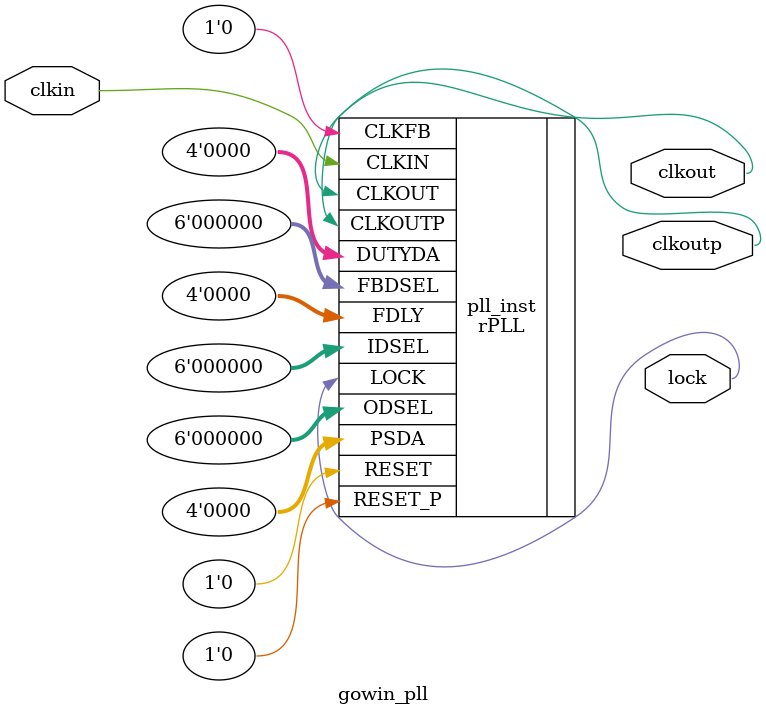
<source format=v>
module gowin_pll (
    input  clkin,
    output clkout,  // 81MHz for PSRAM IP
    output clkoutp, // Not used
    output lock
);

    rPLL #(
        .FCLKIN("27"),
        .DEVICE("GW1NR-9C"),
        .IDIV_SEL(0),       // Input divider: 1
        .FBDIV_SEL(2),      // Feedback: 27 * (2+1) = 81MHz
        .ODIV_SEL(8),       // Output divider: Pass-through configuration
        .DYN_SDIV_SEL(2),
        .CLKFB_SEL("internal"),
        .CLKOUT_BYPASS("false"),
        .CLKOUTP_BYPASS("false"),
        .CLKOUTD_BYPASS("true"),
        .DYN_DA_EN("false"),
        .DUTYDA_SEL("1000"),
        .PSDA_SEL("0100"),  // Phase Shift (typically 90 deg for PSRAM)
        .CLKOUT_FT_DIR(1'b1),
        .CLKOUTP_FT_DIR(1'b1),
        .CLKOUT_DLY_STEP(0),
        .CLKOUTP_DLY_STEP(0),
        .CLKOUTD_SRC("CLKOUT"),
        .CLKOUTD3_SRC("CLKOUT")
    ) pll_inst (
        .CLKIN(clkin),
        .CLKOUT(clkout),
        .CLKOUTP(clkoutp),
        .LOCK(lock),
        .RESET(1'b0),
        .RESET_P(1'b0),
        .CLKFB(1'b0),
        .FBDSEL(6'b0),
        .IDSEL(6'b0),
        .ODSEL(6'b0),
        .PSDA(4'b0),
        .DUTYDA(4'b0),
        .FDLY(4'b0)
    );
endmodule
</source>
